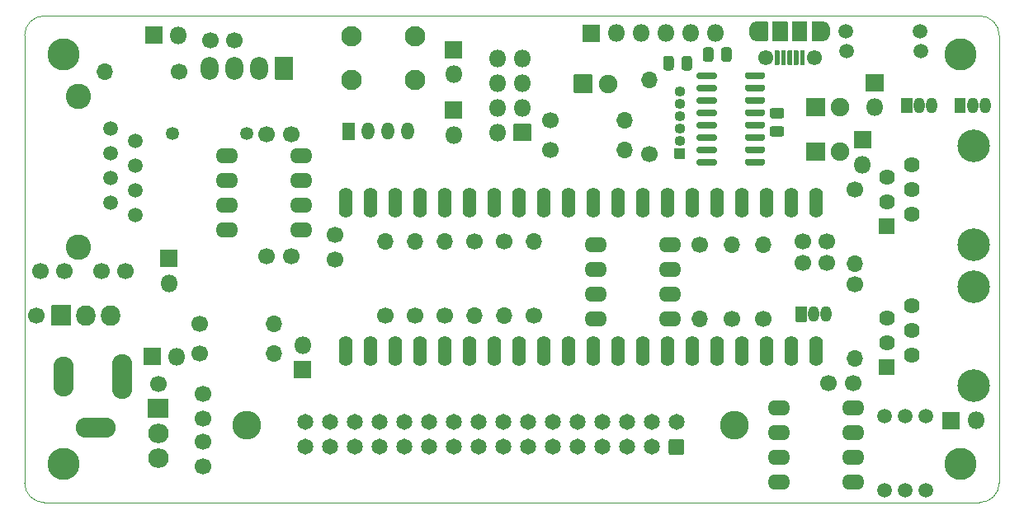
<source format=gbs>
G04 #@! TF.GenerationSoftware,KiCad,Pcbnew,5.1.9-73d0e3b20d~88~ubuntu20.04.1*
G04 #@! TF.CreationDate,2021-01-08T19:35:26+01:00*
G04 #@! TF.ProjectId,c6021light,63363032-316c-4696-9768-742e6b696361,rev?*
G04 #@! TF.SameCoordinates,Original*
G04 #@! TF.FileFunction,Soldermask,Bot*
G04 #@! TF.FilePolarity,Negative*
%FSLAX46Y46*%
G04 Gerber Fmt 4.6, Leading zero omitted, Abs format (unit mm)*
G04 Created by KiCad (PCBNEW 5.1.9-73d0e3b20d~88~ubuntu20.04.1) date 2021-01-08 19:35:26*
%MOMM*%
%LPD*%
G01*
G04 APERTURE LIST*
G04 #@! TA.AperFunction,Profile*
%ADD10C,0.050000*%
G04 #@! TD*
%ADD11C,2.950000*%
%ADD12C,1.650000*%
%ADD13O,1.800000X1.800000*%
%ADD14C,1.500000*%
%ADD15C,1.700000*%
%ADD16O,1.150000X1.600000*%
%ADD17O,1.300000X2.000000*%
%ADD18C,1.550000*%
%ADD19O,1.100000X1.100000*%
%ADD20O,1.700000X1.700000*%
%ADD21O,2.299640X1.601140*%
%ADD22C,2.599360*%
%ADD23C,1.499540*%
%ADD24O,1.400000X3.100000*%
%ADD25C,2.098980*%
%ADD26C,3.350000*%
%ADD27C,1.620000*%
%ADD28C,1.350000*%
%ADD29C,1.900000*%
%ADD30O,2.100000X2.005000*%
%ADD31O,2.005000X2.100000*%
%ADD32O,1.850000X2.350000*%
%ADD33O,1.298880X1.799260*%
%ADD34O,2.098980X4.600880*%
%ADD35O,2.098980X4.100500*%
%ADD36O,4.100500X2.098980*%
%ADD37C,3.300000*%
G04 APERTURE END LIST*
D10*
X102000000Y-100000000D02*
G75*
G02*
X100000000Y-98000000I0J2000000D01*
G01*
X100000000Y-52000000D02*
G75*
G02*
X102000000Y-50000000I2000000J0D01*
G01*
X200000000Y-98000000D02*
G75*
G02*
X198000000Y-100000000I-2000000J0D01*
G01*
X198000000Y-50000000D02*
G75*
G02*
X200000000Y-52000000I0J-2000000D01*
G01*
X100000000Y-52000000D02*
X100000000Y-98000000D01*
X198000000Y-50000000D02*
X102000000Y-50000000D01*
X200000000Y-98000000D02*
X200000000Y-52000000D01*
X102000000Y-100000000D02*
X198000000Y-100000000D01*
G36*
G01*
X171016000Y-55959000D02*
X171016000Y-56309000D01*
G75*
G02*
X170841000Y-56484000I-175000J0D01*
G01*
X169141000Y-56484000D01*
G75*
G02*
X168966000Y-56309000I0J175000D01*
G01*
X168966000Y-55959000D01*
G75*
G02*
X169141000Y-55784000I175000J0D01*
G01*
X170841000Y-55784000D01*
G75*
G02*
X171016000Y-55959000I0J-175000D01*
G01*
G37*
G36*
G01*
X171016000Y-57229000D02*
X171016000Y-57579000D01*
G75*
G02*
X170841000Y-57754000I-175000J0D01*
G01*
X169141000Y-57754000D01*
G75*
G02*
X168966000Y-57579000I0J175000D01*
G01*
X168966000Y-57229000D01*
G75*
G02*
X169141000Y-57054000I175000J0D01*
G01*
X170841000Y-57054000D01*
G75*
G02*
X171016000Y-57229000I0J-175000D01*
G01*
G37*
G36*
G01*
X171016000Y-58499000D02*
X171016000Y-58849000D01*
G75*
G02*
X170841000Y-59024000I-175000J0D01*
G01*
X169141000Y-59024000D01*
G75*
G02*
X168966000Y-58849000I0J175000D01*
G01*
X168966000Y-58499000D01*
G75*
G02*
X169141000Y-58324000I175000J0D01*
G01*
X170841000Y-58324000D01*
G75*
G02*
X171016000Y-58499000I0J-175000D01*
G01*
G37*
G36*
G01*
X171016000Y-59769000D02*
X171016000Y-60119000D01*
G75*
G02*
X170841000Y-60294000I-175000J0D01*
G01*
X169141000Y-60294000D01*
G75*
G02*
X168966000Y-60119000I0J175000D01*
G01*
X168966000Y-59769000D01*
G75*
G02*
X169141000Y-59594000I175000J0D01*
G01*
X170841000Y-59594000D01*
G75*
G02*
X171016000Y-59769000I0J-175000D01*
G01*
G37*
G36*
G01*
X171016000Y-61039000D02*
X171016000Y-61389000D01*
G75*
G02*
X170841000Y-61564000I-175000J0D01*
G01*
X169141000Y-61564000D01*
G75*
G02*
X168966000Y-61389000I0J175000D01*
G01*
X168966000Y-61039000D01*
G75*
G02*
X169141000Y-60864000I175000J0D01*
G01*
X170841000Y-60864000D01*
G75*
G02*
X171016000Y-61039000I0J-175000D01*
G01*
G37*
G36*
G01*
X171016000Y-62309000D02*
X171016000Y-62659000D01*
G75*
G02*
X170841000Y-62834000I-175000J0D01*
G01*
X169141000Y-62834000D01*
G75*
G02*
X168966000Y-62659000I0J175000D01*
G01*
X168966000Y-62309000D01*
G75*
G02*
X169141000Y-62134000I175000J0D01*
G01*
X170841000Y-62134000D01*
G75*
G02*
X171016000Y-62309000I0J-175000D01*
G01*
G37*
G36*
G01*
X171016000Y-63579000D02*
X171016000Y-63929000D01*
G75*
G02*
X170841000Y-64104000I-175000J0D01*
G01*
X169141000Y-64104000D01*
G75*
G02*
X168966000Y-63929000I0J175000D01*
G01*
X168966000Y-63579000D01*
G75*
G02*
X169141000Y-63404000I175000J0D01*
G01*
X170841000Y-63404000D01*
G75*
G02*
X171016000Y-63579000I0J-175000D01*
G01*
G37*
G36*
G01*
X171016000Y-64849000D02*
X171016000Y-65199000D01*
G75*
G02*
X170841000Y-65374000I-175000J0D01*
G01*
X169141000Y-65374000D01*
G75*
G02*
X168966000Y-65199000I0J175000D01*
G01*
X168966000Y-64849000D01*
G75*
G02*
X169141000Y-64674000I175000J0D01*
G01*
X170841000Y-64674000D01*
G75*
G02*
X171016000Y-64849000I0J-175000D01*
G01*
G37*
G36*
G01*
X175966000Y-64849000D02*
X175966000Y-65199000D01*
G75*
G02*
X175791000Y-65374000I-175000J0D01*
G01*
X174091000Y-65374000D01*
G75*
G02*
X173916000Y-65199000I0J175000D01*
G01*
X173916000Y-64849000D01*
G75*
G02*
X174091000Y-64674000I175000J0D01*
G01*
X175791000Y-64674000D01*
G75*
G02*
X175966000Y-64849000I0J-175000D01*
G01*
G37*
G36*
G01*
X175966000Y-63579000D02*
X175966000Y-63929000D01*
G75*
G02*
X175791000Y-64104000I-175000J0D01*
G01*
X174091000Y-64104000D01*
G75*
G02*
X173916000Y-63929000I0J175000D01*
G01*
X173916000Y-63579000D01*
G75*
G02*
X174091000Y-63404000I175000J0D01*
G01*
X175791000Y-63404000D01*
G75*
G02*
X175966000Y-63579000I0J-175000D01*
G01*
G37*
G36*
G01*
X175966000Y-62309000D02*
X175966000Y-62659000D01*
G75*
G02*
X175791000Y-62834000I-175000J0D01*
G01*
X174091000Y-62834000D01*
G75*
G02*
X173916000Y-62659000I0J175000D01*
G01*
X173916000Y-62309000D01*
G75*
G02*
X174091000Y-62134000I175000J0D01*
G01*
X175791000Y-62134000D01*
G75*
G02*
X175966000Y-62309000I0J-175000D01*
G01*
G37*
G36*
G01*
X175966000Y-61039000D02*
X175966000Y-61389000D01*
G75*
G02*
X175791000Y-61564000I-175000J0D01*
G01*
X174091000Y-61564000D01*
G75*
G02*
X173916000Y-61389000I0J175000D01*
G01*
X173916000Y-61039000D01*
G75*
G02*
X174091000Y-60864000I175000J0D01*
G01*
X175791000Y-60864000D01*
G75*
G02*
X175966000Y-61039000I0J-175000D01*
G01*
G37*
G36*
G01*
X175966000Y-59769000D02*
X175966000Y-60119000D01*
G75*
G02*
X175791000Y-60294000I-175000J0D01*
G01*
X174091000Y-60294000D01*
G75*
G02*
X173916000Y-60119000I0J175000D01*
G01*
X173916000Y-59769000D01*
G75*
G02*
X174091000Y-59594000I175000J0D01*
G01*
X175791000Y-59594000D01*
G75*
G02*
X175966000Y-59769000I0J-175000D01*
G01*
G37*
G36*
G01*
X175966000Y-58499000D02*
X175966000Y-58849000D01*
G75*
G02*
X175791000Y-59024000I-175000J0D01*
G01*
X174091000Y-59024000D01*
G75*
G02*
X173916000Y-58849000I0J175000D01*
G01*
X173916000Y-58499000D01*
G75*
G02*
X174091000Y-58324000I175000J0D01*
G01*
X175791000Y-58324000D01*
G75*
G02*
X175966000Y-58499000I0J-175000D01*
G01*
G37*
G36*
G01*
X175966000Y-57229000D02*
X175966000Y-57579000D01*
G75*
G02*
X175791000Y-57754000I-175000J0D01*
G01*
X174091000Y-57754000D01*
G75*
G02*
X173916000Y-57579000I0J175000D01*
G01*
X173916000Y-57229000D01*
G75*
G02*
X174091000Y-57054000I175000J0D01*
G01*
X175791000Y-57054000D01*
G75*
G02*
X175966000Y-57229000I0J-175000D01*
G01*
G37*
G36*
G01*
X175966000Y-55959000D02*
X175966000Y-56309000D01*
G75*
G02*
X175791000Y-56484000I-175000J0D01*
G01*
X174091000Y-56484000D01*
G75*
G02*
X173916000Y-56309000I0J175000D01*
G01*
X173916000Y-55959000D01*
G75*
G02*
X174091000Y-55784000I175000J0D01*
G01*
X175791000Y-55784000D01*
G75*
G02*
X175966000Y-55959000I0J-175000D01*
G01*
G37*
D11*
X122828000Y-92060000D03*
X172828000Y-92060000D03*
D12*
X128778000Y-91760000D03*
X131318000Y-91760000D03*
X133858000Y-91760000D03*
X136398000Y-91760000D03*
X138938000Y-91760000D03*
X141478000Y-91760000D03*
X144018000Y-91760000D03*
X146558000Y-91760000D03*
X149098000Y-91760000D03*
X151638000Y-91760000D03*
X154178000Y-91760000D03*
X156718000Y-91760000D03*
X159258000Y-91760000D03*
X161798000Y-91760000D03*
X164338000Y-91760000D03*
X166878000Y-91760000D03*
X128778000Y-94300000D03*
X131318000Y-94300000D03*
X133858000Y-94300000D03*
X136398000Y-94300000D03*
X138938000Y-94300000D03*
X141478000Y-94300000D03*
X144018000Y-94300000D03*
X146558000Y-94300000D03*
X149098000Y-94300000D03*
X151638000Y-94300000D03*
X154178000Y-94300000D03*
X156718000Y-94300000D03*
X159258000Y-94300000D03*
X161798000Y-94300000D03*
X164338000Y-94300000D03*
G36*
G01*
X167436874Y-95125000D02*
X166319126Y-95125000D01*
G75*
G02*
X166053000Y-94858874I0J266126D01*
G01*
X166053000Y-93741126D01*
G75*
G02*
X166319126Y-93475000I266126J0D01*
G01*
X167436874Y-93475000D01*
G75*
G02*
X167703000Y-93741126I0J-266126D01*
G01*
X167703000Y-94858874D01*
G75*
G02*
X167436874Y-95125000I-266126J0D01*
G01*
G37*
D13*
X187223400Y-59410600D03*
G36*
G01*
X186323400Y-57720600D02*
X186323400Y-56020600D01*
G75*
G02*
X186373400Y-55970600I50000J0D01*
G01*
X188073400Y-55970600D01*
G75*
G02*
X188123400Y-56020600I0J-50000D01*
G01*
X188123400Y-57720600D01*
G75*
G02*
X188073400Y-57770600I-50000J0D01*
G01*
X186373400Y-57770600D01*
G75*
G02*
X186323400Y-57720600I0J50000D01*
G01*
G37*
X185978800Y-65278000D03*
G36*
G01*
X185078800Y-63588000D02*
X185078800Y-61888000D01*
G75*
G02*
X185128800Y-61838000I50000J0D01*
G01*
X186828800Y-61838000D01*
G75*
G02*
X186878800Y-61888000I0J-50000D01*
G01*
X186878800Y-63588000D01*
G75*
G02*
X186828800Y-63638000I-50000J0D01*
G01*
X185128800Y-63638000D01*
G75*
G02*
X185078800Y-63588000I0J50000D01*
G01*
G37*
X197612000Y-91567000D03*
G36*
G01*
X195922000Y-92467000D02*
X194222000Y-92467000D01*
G75*
G02*
X194172000Y-92417000I0J50000D01*
G01*
X194172000Y-90717000D01*
G75*
G02*
X194222000Y-90667000I50000J0D01*
G01*
X195922000Y-90667000D01*
G75*
G02*
X195972000Y-90717000I0J-50000D01*
G01*
X195972000Y-92417000D01*
G75*
G02*
X195922000Y-92467000I-50000J0D01*
G01*
G37*
X114808000Y-77470000D03*
G36*
G01*
X113908000Y-75780000D02*
X113908000Y-74080000D01*
G75*
G02*
X113958000Y-74030000I50000J0D01*
G01*
X115658000Y-74030000D01*
G75*
G02*
X115708000Y-74080000I0J-50000D01*
G01*
X115708000Y-75780000D01*
G75*
G02*
X115658000Y-75830000I-50000J0D01*
G01*
X113958000Y-75830000D01*
G75*
G02*
X113908000Y-75780000I0J50000D01*
G01*
G37*
D14*
X190347600Y-98780600D03*
X190347600Y-91160600D03*
X188239400Y-98780600D03*
X188239400Y-91160600D03*
X192481200Y-98755200D03*
X192481200Y-91135200D03*
D15*
X121524400Y-52476400D03*
X119024400Y-52476400D03*
X127341000Y-62166500D03*
X124841000Y-62166500D03*
X131826000Y-75017000D03*
X131826000Y-72517000D03*
X127341000Y-74676000D03*
X124841000Y-74676000D03*
X118287800Y-93766000D03*
X118287800Y-96266000D03*
X118313200Y-91374600D03*
X118313200Y-88874600D03*
D13*
X115620800Y-84988400D03*
G36*
G01*
X113930800Y-85888400D02*
X112230800Y-85888400D01*
G75*
G02*
X112180800Y-85838400I0J50000D01*
G01*
X112180800Y-84138400D01*
G75*
G02*
X112230800Y-84088400I50000J0D01*
G01*
X113930800Y-84088400D01*
G75*
G02*
X113980800Y-84138400I0J-50000D01*
G01*
X113980800Y-85838400D01*
G75*
G02*
X113930800Y-85888400I-50000J0D01*
G01*
G37*
D14*
X184289700Y-51574700D03*
X191909700Y-51574700D03*
X184302400Y-53644800D03*
X191922400Y-53644800D03*
G36*
G01*
X189950400Y-59957400D02*
X189950400Y-58457400D01*
G75*
G02*
X190000400Y-58407400I50000J0D01*
G01*
X191050400Y-58407400D01*
G75*
G02*
X191100400Y-58457400I0J-50000D01*
G01*
X191100400Y-59957400D01*
G75*
G02*
X191050400Y-60007400I-50000J0D01*
G01*
X190000400Y-60007400D01*
G75*
G02*
X189950400Y-59957400I0J50000D01*
G01*
G37*
D16*
X193065400Y-59207400D03*
X191795400Y-59207400D03*
G36*
G01*
X195424100Y-59957400D02*
X195424100Y-58457400D01*
G75*
G02*
X195474100Y-58407400I50000J0D01*
G01*
X196524100Y-58407400D01*
G75*
G02*
X196574100Y-58457400I0J-50000D01*
G01*
X196574100Y-59957400D01*
G75*
G02*
X196524100Y-60007400I-50000J0D01*
G01*
X195474100Y-60007400D01*
G75*
G02*
X195424100Y-59957400I0J50000D01*
G01*
G37*
X198539100Y-59207400D03*
X197269100Y-59207400D03*
G36*
G01*
X171469000Y-54456250D02*
X171469000Y-53493750D01*
G75*
G02*
X171737750Y-53225000I268750J0D01*
G01*
X172275250Y-53225000D01*
G75*
G02*
X172544000Y-53493750I0J-268750D01*
G01*
X172544000Y-54456250D01*
G75*
G02*
X172275250Y-54725000I-268750J0D01*
G01*
X171737750Y-54725000D01*
G75*
G02*
X171469000Y-54456250I0J268750D01*
G01*
G37*
G36*
G01*
X169594000Y-54456250D02*
X169594000Y-53493750D01*
G75*
G02*
X169862750Y-53225000I268750J0D01*
G01*
X170400250Y-53225000D01*
G75*
G02*
X170669000Y-53493750I0J-268750D01*
G01*
X170669000Y-54456250D01*
G75*
G02*
X170400250Y-54725000I-268750J0D01*
G01*
X169862750Y-54725000D01*
G75*
G02*
X169594000Y-54456250I0J268750D01*
G01*
G37*
G36*
G01*
X174961200Y-52544500D02*
X174961200Y-50644500D01*
G75*
G02*
X175011200Y-50594500I50000J0D01*
G01*
X176211200Y-50594500D01*
G75*
G02*
X176261200Y-50644500I0J-50000D01*
G01*
X176261200Y-52544500D01*
G75*
G02*
X176211200Y-52594500I-50000J0D01*
G01*
X175011200Y-52594500D01*
G75*
G02*
X174961200Y-52544500I0J50000D01*
G01*
G37*
G36*
G01*
X180761200Y-52544500D02*
X180761200Y-50644500D01*
G75*
G02*
X180811200Y-50594500I50000J0D01*
G01*
X182011200Y-50594500D01*
G75*
G02*
X182061200Y-50644500I0J-50000D01*
G01*
X182061200Y-52544500D01*
G75*
G02*
X182011200Y-52594500I-50000J0D01*
G01*
X180811200Y-52594500D01*
G75*
G02*
X180761200Y-52544500I0J50000D01*
G01*
G37*
D17*
X182011200Y-51594500D03*
X175011200Y-51594500D03*
G36*
G01*
X176711200Y-52544500D02*
X176711200Y-50644500D01*
G75*
G02*
X176761200Y-50594500I50000J0D01*
G01*
X178261200Y-50594500D01*
G75*
G02*
X178311200Y-50644500I0J-50000D01*
G01*
X178311200Y-52544500D01*
G75*
G02*
X178261200Y-52594500I-50000J0D01*
G01*
X176761200Y-52594500D01*
G75*
G02*
X176711200Y-52544500I0J50000D01*
G01*
G37*
D18*
X181011200Y-54294500D03*
G36*
G01*
X178261200Y-54969500D02*
X178261200Y-53619500D01*
G75*
G02*
X178311200Y-53569500I50000J0D01*
G01*
X178711200Y-53569500D01*
G75*
G02*
X178761200Y-53619500I0J-50000D01*
G01*
X178761200Y-54969500D01*
G75*
G02*
X178711200Y-55019500I-50000J0D01*
G01*
X178311200Y-55019500D01*
G75*
G02*
X178261200Y-54969500I0J50000D01*
G01*
G37*
G36*
G01*
X178911200Y-54969500D02*
X178911200Y-53619500D01*
G75*
G02*
X178961200Y-53569500I50000J0D01*
G01*
X179361200Y-53569500D01*
G75*
G02*
X179411200Y-53619500I0J-50000D01*
G01*
X179411200Y-54969500D01*
G75*
G02*
X179361200Y-55019500I-50000J0D01*
G01*
X178961200Y-55019500D01*
G75*
G02*
X178911200Y-54969500I0J50000D01*
G01*
G37*
G36*
G01*
X179561200Y-54969500D02*
X179561200Y-53619500D01*
G75*
G02*
X179611200Y-53569500I50000J0D01*
G01*
X180011200Y-53569500D01*
G75*
G02*
X180061200Y-53619500I0J-50000D01*
G01*
X180061200Y-54969500D01*
G75*
G02*
X180011200Y-55019500I-50000J0D01*
G01*
X179611200Y-55019500D01*
G75*
G02*
X179561200Y-54969500I0J50000D01*
G01*
G37*
G36*
G01*
X176961200Y-54969500D02*
X176961200Y-53619500D01*
G75*
G02*
X177011200Y-53569500I50000J0D01*
G01*
X177411200Y-53569500D01*
G75*
G02*
X177461200Y-53619500I0J-50000D01*
G01*
X177461200Y-54969500D01*
G75*
G02*
X177411200Y-55019500I-50000J0D01*
G01*
X177011200Y-55019500D01*
G75*
G02*
X176961200Y-54969500I0J50000D01*
G01*
G37*
G36*
G01*
X177611200Y-54969500D02*
X177611200Y-53619500D01*
G75*
G02*
X177661200Y-53569500I50000J0D01*
G01*
X178061200Y-53569500D01*
G75*
G02*
X178111200Y-53619500I0J-50000D01*
G01*
X178111200Y-54969500D01*
G75*
G02*
X178061200Y-55019500I-50000J0D01*
G01*
X177661200Y-55019500D01*
G75*
G02*
X177611200Y-54969500I0J50000D01*
G01*
G37*
X176011200Y-54294500D03*
G36*
G01*
X178711200Y-52544500D02*
X178711200Y-50644500D01*
G75*
G02*
X178761200Y-50594500I50000J0D01*
G01*
X180261200Y-50594500D01*
G75*
G02*
X180311200Y-50644500I0J-50000D01*
G01*
X180311200Y-52544500D01*
G75*
G02*
X180261200Y-52594500I-50000J0D01*
G01*
X178761200Y-52594500D01*
G75*
G02*
X178711200Y-52544500I0J50000D01*
G01*
G37*
D19*
X167208200Y-57785000D03*
X167208200Y-59055000D03*
X167208200Y-60325000D03*
X167208200Y-61595000D03*
X167208200Y-62865000D03*
G36*
G01*
X167758200Y-63635000D02*
X167758200Y-64635000D01*
G75*
G02*
X167708200Y-64685000I-50000J0D01*
G01*
X166708200Y-64685000D01*
G75*
G02*
X166658200Y-64635000I0J50000D01*
G01*
X166658200Y-63635000D01*
G75*
G02*
X166708200Y-63585000I50000J0D01*
G01*
X167708200Y-63585000D01*
G75*
G02*
X167758200Y-63635000I0J-50000D01*
G01*
G37*
D20*
X125603000Y-81661000D03*
D15*
X117983000Y-81661000D03*
D20*
X125603000Y-84709000D03*
D15*
X117983000Y-84709000D03*
D20*
X164134800Y-56616600D03*
D15*
X164134800Y-64236600D03*
D20*
X161544000Y-60756800D03*
D15*
X153924000Y-60756800D03*
D20*
X161544000Y-63779400D03*
D15*
X153924000Y-63779400D03*
D20*
X185191400Y-85191600D03*
D15*
X185191400Y-77571600D03*
D20*
X143129000Y-73152000D03*
D15*
X143129000Y-80772000D03*
D20*
X137033000Y-73152000D03*
D15*
X137033000Y-80772000D03*
D20*
X140081000Y-73152000D03*
D15*
X140081000Y-80772000D03*
D20*
X172593000Y-73533000D03*
D15*
X172593000Y-81153000D03*
D20*
X149225000Y-80772000D03*
D15*
X149225000Y-73152000D03*
D20*
X169291000Y-81153000D03*
D15*
X169291000Y-73533000D03*
D20*
X146177000Y-80772000D03*
D15*
X146177000Y-73152000D03*
D20*
X152273000Y-73152000D03*
D15*
X152273000Y-80772000D03*
D20*
X175768000Y-73533000D03*
D15*
X175768000Y-81153000D03*
D20*
X108204000Y-55753000D03*
D15*
X115824000Y-55753000D03*
D20*
X185191400Y-75438000D03*
D15*
X185191400Y-67818000D03*
D21*
X185039000Y-90297000D03*
X185039000Y-92837000D03*
X185039000Y-95377000D03*
X185039000Y-97917000D03*
X177419000Y-97917000D03*
X177419000Y-95377000D03*
X177419000Y-92837000D03*
X177419000Y-90297000D03*
D15*
X182513600Y-87757000D03*
X185013600Y-87757000D03*
X182332000Y-75387200D03*
X179832000Y-75387200D03*
X179821200Y-73202800D03*
X182321200Y-73202800D03*
D22*
X105537000Y-73787000D03*
X105537000Y-58293000D03*
D23*
X111379000Y-70485000D03*
X108839000Y-69215000D03*
X111379000Y-67945000D03*
X108839000Y-66675000D03*
X111379000Y-65405000D03*
X111379000Y-62865000D03*
X108839000Y-61595000D03*
X108839000Y-64135000D03*
D15*
X107863000Y-76200000D03*
X110363000Y-76200000D03*
X101600000Y-76200000D03*
X104100000Y-76200000D03*
D24*
X132969000Y-69207380D03*
X132969000Y-84455000D03*
X135509000Y-69207380D03*
X135509000Y-84455000D03*
X138049000Y-69215000D03*
X138049000Y-84447380D03*
X140589000Y-69215000D03*
X140589000Y-84455000D03*
X143129000Y-69215000D03*
X143129000Y-84455000D03*
X145669000Y-69215000D03*
X145669000Y-84455000D03*
X148209000Y-69215000D03*
X148209000Y-84455000D03*
X150749000Y-69215000D03*
X150749000Y-84455000D03*
X153289000Y-69207380D03*
X153289000Y-84455000D03*
X155829000Y-69215000D03*
X155829000Y-84455000D03*
X158369000Y-69215000D03*
X158369000Y-84455000D03*
X160909000Y-69215000D03*
X160909000Y-84455000D03*
X163449000Y-69215000D03*
X163449000Y-84447380D03*
X165989000Y-69215000D03*
X165989000Y-84455000D03*
X168529000Y-69215000D03*
X168529000Y-84455000D03*
X171069000Y-69215000D03*
X171069000Y-84455000D03*
X173609000Y-69215000D03*
X173609000Y-84455000D03*
X176149000Y-69207380D03*
X176149000Y-84455000D03*
X178689000Y-69215000D03*
X178689000Y-84455000D03*
X181229000Y-69215000D03*
X181229000Y-84455000D03*
D13*
X128524000Y-83820000D03*
G36*
G01*
X129424000Y-85510000D02*
X129424000Y-87210000D01*
G75*
G02*
X129374000Y-87260000I-50000J0D01*
G01*
X127674000Y-87260000D01*
G75*
G02*
X127624000Y-87210000I0J50000D01*
G01*
X127624000Y-85510000D01*
G75*
G02*
X127674000Y-85460000I50000J0D01*
G01*
X129374000Y-85460000D01*
G75*
G02*
X129424000Y-85510000I0J-50000D01*
G01*
G37*
D25*
X140030200Y-56606440D03*
X133527800Y-52105560D03*
X140030200Y-52105560D03*
X133527800Y-56606440D03*
D13*
X148526500Y-54356000D03*
X151066500Y-54356000D03*
X148526500Y-56896000D03*
X151066500Y-56896000D03*
X148526500Y-59436000D03*
X151066500Y-59436000D03*
X148526500Y-61976000D03*
G36*
G01*
X151966500Y-61126000D02*
X151966500Y-62826000D01*
G75*
G02*
X151916500Y-62876000I-50000J0D01*
G01*
X150216500Y-62876000D01*
G75*
G02*
X150166500Y-62826000I0J50000D01*
G01*
X150166500Y-61126000D01*
G75*
G02*
X150216500Y-61076000I50000J0D01*
G01*
X151916500Y-61076000D01*
G75*
G02*
X151966500Y-61126000I0J-50000D01*
G01*
G37*
D15*
X113690400Y-87782400D03*
X101219000Y-80772000D03*
D13*
X170865800Y-51790600D03*
X168325800Y-51790600D03*
X165785800Y-51790600D03*
X163245800Y-51790600D03*
X160705800Y-51790600D03*
G36*
G01*
X159015800Y-52690600D02*
X157315800Y-52690600D01*
G75*
G02*
X157265800Y-52640600I0J50000D01*
G01*
X157265800Y-50940600D01*
G75*
G02*
X157315800Y-50890600I50000J0D01*
G01*
X159015800Y-50890600D01*
G75*
G02*
X159065800Y-50940600I0J-50000D01*
G01*
X159065800Y-52640600D01*
G75*
G02*
X159015800Y-52690600I-50000J0D01*
G01*
G37*
G36*
G01*
X189228000Y-72438000D02*
X187708000Y-72438000D01*
G75*
G02*
X187658000Y-72388000I0J50000D01*
G01*
X187658000Y-70868000D01*
G75*
G02*
X187708000Y-70818000I50000J0D01*
G01*
X189228000Y-70818000D01*
G75*
G02*
X189278000Y-70868000I0J-50000D01*
G01*
X189278000Y-72388000D01*
G75*
G02*
X189228000Y-72438000I-50000J0D01*
G01*
G37*
D26*
X197358000Y-73538000D03*
D27*
X191008000Y-70358000D03*
X188468000Y-69088000D03*
X191008000Y-67818000D03*
X188468000Y-66548000D03*
X191008000Y-65278000D03*
D26*
X197358000Y-63378000D03*
D28*
X122810000Y-62103000D03*
X115190000Y-62103000D03*
G36*
G01*
X166605000Y-54382750D02*
X166605000Y-55345250D01*
G75*
G02*
X166336250Y-55614000I-268750J0D01*
G01*
X165798750Y-55614000D01*
G75*
G02*
X165530000Y-55345250I0J268750D01*
G01*
X165530000Y-54382750D01*
G75*
G02*
X165798750Y-54114000I268750J0D01*
G01*
X166336250Y-54114000D01*
G75*
G02*
X166605000Y-54382750I0J-268750D01*
G01*
G37*
G36*
G01*
X168480000Y-54382750D02*
X168480000Y-55345250D01*
G75*
G02*
X168211250Y-55614000I-268750J0D01*
G01*
X167673750Y-55614000D01*
G75*
G02*
X167405000Y-55345250I0J268750D01*
G01*
X167405000Y-54382750D01*
G75*
G02*
X167673750Y-54114000I268750J0D01*
G01*
X168211250Y-54114000D01*
G75*
G02*
X168480000Y-54382750I0J-268750D01*
G01*
G37*
D13*
X144018000Y-56007000D03*
G36*
G01*
X143118000Y-54317000D02*
X143118000Y-52617000D01*
G75*
G02*
X143168000Y-52567000I50000J0D01*
G01*
X144868000Y-52567000D01*
G75*
G02*
X144918000Y-52617000I0J-50000D01*
G01*
X144918000Y-54317000D01*
G75*
G02*
X144868000Y-54367000I-50000J0D01*
G01*
X143168000Y-54367000D01*
G75*
G02*
X143118000Y-54317000I0J50000D01*
G01*
G37*
X144018000Y-62230000D03*
G36*
G01*
X143118000Y-60540000D02*
X143118000Y-58840000D01*
G75*
G02*
X143168000Y-58790000I50000J0D01*
G01*
X144868000Y-58790000D01*
G75*
G02*
X144918000Y-58840000I0J-50000D01*
G01*
X144918000Y-60540000D01*
G75*
G02*
X144868000Y-60590000I-50000J0D01*
G01*
X143168000Y-60590000D01*
G75*
G02*
X143118000Y-60540000I0J50000D01*
G01*
G37*
D29*
X183705500Y-59385200D03*
G36*
G01*
X180215500Y-60285200D02*
X180215500Y-58485200D01*
G75*
G02*
X180265500Y-58435200I50000J0D01*
G01*
X182065500Y-58435200D01*
G75*
G02*
X182115500Y-58485200I0J-50000D01*
G01*
X182115500Y-60285200D01*
G75*
G02*
X182065500Y-60335200I-50000J0D01*
G01*
X180265500Y-60335200D01*
G75*
G02*
X180215500Y-60285200I0J50000D01*
G01*
G37*
X183705500Y-63931800D03*
G36*
G01*
X180215500Y-64831800D02*
X180215500Y-63031800D01*
G75*
G02*
X180265500Y-62981800I50000J0D01*
G01*
X182065500Y-62981800D01*
G75*
G02*
X182115500Y-63031800I0J-50000D01*
G01*
X182115500Y-64831800D01*
G75*
G02*
X182065500Y-64881800I-50000J0D01*
G01*
X180265500Y-64881800D01*
G75*
G02*
X180215500Y-64831800I0J50000D01*
G01*
G37*
X159842200Y-56972200D03*
G36*
G01*
X156352200Y-57872200D02*
X156352200Y-56072200D01*
G75*
G02*
X156402200Y-56022200I50000J0D01*
G01*
X158202200Y-56022200D01*
G75*
G02*
X158252200Y-56072200I0J-50000D01*
G01*
X158252200Y-57872200D01*
G75*
G02*
X158202200Y-57922200I-50000J0D01*
G01*
X156402200Y-57922200D01*
G75*
G02*
X156352200Y-57872200I0J50000D01*
G01*
G37*
G36*
G01*
X176709150Y-61332300D02*
X177671650Y-61332300D01*
G75*
G02*
X177940400Y-61601050I0J-268750D01*
G01*
X177940400Y-62138550D01*
G75*
G02*
X177671650Y-62407300I-268750J0D01*
G01*
X176709150Y-62407300D01*
G75*
G02*
X176440400Y-62138550I0J268750D01*
G01*
X176440400Y-61601050D01*
G75*
G02*
X176709150Y-61332300I268750J0D01*
G01*
G37*
G36*
G01*
X176709150Y-59457300D02*
X177671650Y-59457300D01*
G75*
G02*
X177940400Y-59726050I0J-268750D01*
G01*
X177940400Y-60263550D01*
G75*
G02*
X177671650Y-60532300I-268750J0D01*
G01*
X176709150Y-60532300D01*
G75*
G02*
X176440400Y-60263550I0J268750D01*
G01*
X176440400Y-59726050D01*
G75*
G02*
X176709150Y-59457300I268750J0D01*
G01*
G37*
D21*
X166243000Y-73533000D03*
X166243000Y-76073000D03*
X166243000Y-78613000D03*
X166243000Y-81153000D03*
X158623000Y-81153000D03*
X158623000Y-78613000D03*
X158623000Y-76073000D03*
X158623000Y-73533000D03*
X120777000Y-72009000D03*
X120777000Y-69469000D03*
X120777000Y-66929000D03*
X120777000Y-64389000D03*
X128397000Y-64389000D03*
X128397000Y-66929000D03*
X128397000Y-69469000D03*
X128397000Y-72009000D03*
D30*
X113690400Y-95402400D03*
X113690400Y-92862400D03*
G36*
G01*
X112690400Y-89319900D02*
X114690400Y-89319900D01*
G75*
G02*
X114740400Y-89369900I0J-50000D01*
G01*
X114740400Y-91274900D01*
G75*
G02*
X114690400Y-91324900I-50000J0D01*
G01*
X112690400Y-91324900D01*
G75*
G02*
X112640400Y-91274900I0J50000D01*
G01*
X112640400Y-89369900D01*
G75*
G02*
X112690400Y-89319900I50000J0D01*
G01*
G37*
D31*
X108839000Y-80772000D03*
X106299000Y-80772000D03*
G36*
G01*
X102756500Y-81772000D02*
X102756500Y-79772000D01*
G75*
G02*
X102806500Y-79722000I50000J0D01*
G01*
X104711500Y-79722000D01*
G75*
G02*
X104761500Y-79772000I0J-50000D01*
G01*
X104761500Y-81772000D01*
G75*
G02*
X104711500Y-81822000I-50000J0D01*
G01*
X102806500Y-81822000D01*
G75*
G02*
X102756500Y-81772000I0J50000D01*
G01*
G37*
G36*
G01*
X179104600Y-81395000D02*
X179104600Y-79895000D01*
G75*
G02*
X179154600Y-79845000I50000J0D01*
G01*
X180204600Y-79845000D01*
G75*
G02*
X180254600Y-79895000I0J-50000D01*
G01*
X180254600Y-81395000D01*
G75*
G02*
X180204600Y-81445000I-50000J0D01*
G01*
X179154600Y-81445000D01*
G75*
G02*
X179104600Y-81395000I0J50000D01*
G01*
G37*
D16*
X182219600Y-80645000D03*
X180949600Y-80645000D03*
G36*
G01*
X127544000Y-54247000D02*
X127544000Y-56497000D01*
G75*
G02*
X127494000Y-56547000I-50000J0D01*
G01*
X125744000Y-56547000D01*
G75*
G02*
X125694000Y-56497000I0J50000D01*
G01*
X125694000Y-54247000D01*
G75*
G02*
X125744000Y-54197000I50000J0D01*
G01*
X127494000Y-54197000D01*
G75*
G02*
X127544000Y-54247000I0J-50000D01*
G01*
G37*
D32*
X124079000Y-55372000D03*
X121539000Y-55372000D03*
X118999000Y-55372000D03*
G36*
G01*
X189228000Y-86916000D02*
X187708000Y-86916000D01*
G75*
G02*
X187658000Y-86866000I0J50000D01*
G01*
X187658000Y-85346000D01*
G75*
G02*
X187708000Y-85296000I50000J0D01*
G01*
X189228000Y-85296000D01*
G75*
G02*
X189278000Y-85346000I0J-50000D01*
G01*
X189278000Y-86866000D01*
G75*
G02*
X189228000Y-86916000I-50000J0D01*
G01*
G37*
D26*
X197358000Y-88016000D03*
D27*
X191008000Y-84836000D03*
X188468000Y-83566000D03*
X191008000Y-82296000D03*
X188468000Y-81026000D03*
X191008000Y-79756000D03*
D26*
X197358000Y-77856000D03*
D13*
X115798600Y-51993800D03*
G36*
G01*
X114108600Y-52893800D02*
X112408600Y-52893800D01*
G75*
G02*
X112358600Y-52843800I0J50000D01*
G01*
X112358600Y-51143800D01*
G75*
G02*
X112408600Y-51093800I50000J0D01*
G01*
X114108600Y-51093800D01*
G75*
G02*
X114158600Y-51143800I0J-50000D01*
G01*
X114158600Y-52843800D01*
G75*
G02*
X114108600Y-52893800I-50000J0D01*
G01*
G37*
D33*
X139270740Y-61849000D03*
X135270240Y-61849000D03*
X137271760Y-61849000D03*
G36*
G01*
X132619280Y-62698630D02*
X132619280Y-60999370D01*
G75*
G02*
X132669280Y-60949370I50000J0D01*
G01*
X133868160Y-60949370D01*
G75*
G02*
X133918160Y-60999370I0J-50000D01*
G01*
X133918160Y-62698630D01*
G75*
G02*
X133868160Y-62748630I-50000J0D01*
G01*
X132669280Y-62748630D01*
G75*
G02*
X132619280Y-62698630I0J50000D01*
G01*
G37*
D34*
X110035340Y-87045800D03*
D35*
X104033320Y-87045800D03*
D36*
X107284520Y-92346780D03*
D37*
X196000000Y-96000000D03*
X196000000Y-54000000D03*
X104000000Y-54000000D03*
X104000000Y-96000000D03*
M02*

</source>
